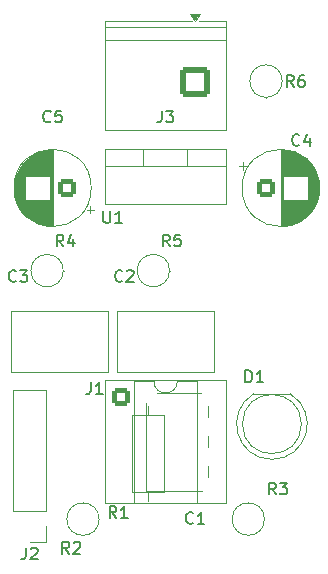
<source format=gto>
%TF.GenerationSoftware,KiCad,Pcbnew,9.0.6*%
%TF.CreationDate,2025-11-06T07:23:16-05:00*%
%TF.ProjectId,pic-rylr998-01,7069632d-7279-46c7-9239-39382d30312e,rev?*%
%TF.SameCoordinates,Original*%
%TF.FileFunction,Legend,Top*%
%TF.FilePolarity,Positive*%
%FSLAX46Y46*%
G04 Gerber Fmt 4.6, Leading zero omitted, Abs format (unit mm)*
G04 Created by KiCad (PCBNEW 9.0.6) date 2025-11-06 07:23:16*
%MOMM*%
%LPD*%
G01*
G04 APERTURE LIST*
G04 Aperture macros list*
%AMRoundRect*
0 Rectangle with rounded corners*
0 $1 Rounding radius*
0 $2 $3 $4 $5 $6 $7 $8 $9 X,Y pos of 4 corners*
0 Add a 4 corners polygon primitive as box body*
4,1,4,$2,$3,$4,$5,$6,$7,$8,$9,$2,$3,0*
0 Add four circle primitives for the rounded corners*
1,1,$1+$1,$2,$3*
1,1,$1+$1,$4,$5*
1,1,$1+$1,$6,$7*
1,1,$1+$1,$8,$9*
0 Add four rect primitives between the rounded corners*
20,1,$1+$1,$2,$3,$4,$5,0*
20,1,$1+$1,$4,$5,$6,$7,0*
20,1,$1+$1,$6,$7,$8,$9,0*
20,1,$1+$1,$8,$9,$2,$3,0*%
G04 Aperture macros list end*
%ADD10C,0.150000*%
%ADD11C,0.120000*%
%ADD12R,1.800000X1.800000*%
%ADD13C,1.800000*%
%ADD14C,1.600000*%
%ADD15R,1.905000X2.000000*%
%ADD16O,1.905000X2.000000*%
%ADD17RoundRect,0.250000X-0.550000X-0.550000X0.550000X-0.550000X0.550000X0.550000X-0.550000X0.550000X0*%
%ADD18RoundRect,0.250000X1.050000X1.050000X-1.050000X1.050000X-1.050000X-1.050000X1.050000X-1.050000X0*%
%ADD19C,2.600000*%
%ADD20C,2.000000*%
%ADD21R,1.700000X1.700000*%
%ADD22C,1.700000*%
%ADD23RoundRect,0.250000X0.550000X0.550000X-0.550000X0.550000X-0.550000X-0.550000X0.550000X-0.550000X0*%
G04 APERTURE END LIST*
D10*
X180761905Y-102954819D02*
X180761905Y-101954819D01*
X180761905Y-101954819D02*
X181000000Y-101954819D01*
X181000000Y-101954819D02*
X181142857Y-102002438D01*
X181142857Y-102002438D02*
X181238095Y-102097676D01*
X181238095Y-102097676D02*
X181285714Y-102192914D01*
X181285714Y-102192914D02*
X181333333Y-102383390D01*
X181333333Y-102383390D02*
X181333333Y-102526247D01*
X181333333Y-102526247D02*
X181285714Y-102716723D01*
X181285714Y-102716723D02*
X181238095Y-102811961D01*
X181238095Y-102811961D02*
X181142857Y-102907200D01*
X181142857Y-102907200D02*
X181000000Y-102954819D01*
X181000000Y-102954819D02*
X180761905Y-102954819D01*
X182285714Y-102954819D02*
X181714286Y-102954819D01*
X182000000Y-102954819D02*
X182000000Y-101954819D01*
X182000000Y-101954819D02*
X181904762Y-102097676D01*
X181904762Y-102097676D02*
X181809524Y-102192914D01*
X181809524Y-102192914D02*
X181714286Y-102240533D01*
X174333333Y-91454819D02*
X174000000Y-90978628D01*
X173761905Y-91454819D02*
X173761905Y-90454819D01*
X173761905Y-90454819D02*
X174142857Y-90454819D01*
X174142857Y-90454819D02*
X174238095Y-90502438D01*
X174238095Y-90502438D02*
X174285714Y-90550057D01*
X174285714Y-90550057D02*
X174333333Y-90645295D01*
X174333333Y-90645295D02*
X174333333Y-90788152D01*
X174333333Y-90788152D02*
X174285714Y-90883390D01*
X174285714Y-90883390D02*
X174238095Y-90931009D01*
X174238095Y-90931009D02*
X174142857Y-90978628D01*
X174142857Y-90978628D02*
X173761905Y-90978628D01*
X175238095Y-90454819D02*
X174761905Y-90454819D01*
X174761905Y-90454819D02*
X174714286Y-90931009D01*
X174714286Y-90931009D02*
X174761905Y-90883390D01*
X174761905Y-90883390D02*
X174857143Y-90835771D01*
X174857143Y-90835771D02*
X175095238Y-90835771D01*
X175095238Y-90835771D02*
X175190476Y-90883390D01*
X175190476Y-90883390D02*
X175238095Y-90931009D01*
X175238095Y-90931009D02*
X175285714Y-91026247D01*
X175285714Y-91026247D02*
X175285714Y-91264342D01*
X175285714Y-91264342D02*
X175238095Y-91359580D01*
X175238095Y-91359580D02*
X175190476Y-91407200D01*
X175190476Y-91407200D02*
X175095238Y-91454819D01*
X175095238Y-91454819D02*
X174857143Y-91454819D01*
X174857143Y-91454819D02*
X174761905Y-91407200D01*
X174761905Y-91407200D02*
X174714286Y-91359580D01*
X168738095Y-88454819D02*
X168738095Y-89264342D01*
X168738095Y-89264342D02*
X168785714Y-89359580D01*
X168785714Y-89359580D02*
X168833333Y-89407200D01*
X168833333Y-89407200D02*
X168928571Y-89454819D01*
X168928571Y-89454819D02*
X169119047Y-89454819D01*
X169119047Y-89454819D02*
X169214285Y-89407200D01*
X169214285Y-89407200D02*
X169261904Y-89359580D01*
X169261904Y-89359580D02*
X169309523Y-89264342D01*
X169309523Y-89264342D02*
X169309523Y-88454819D01*
X170309523Y-89454819D02*
X169738095Y-89454819D01*
X170023809Y-89454819D02*
X170023809Y-88454819D01*
X170023809Y-88454819D02*
X169928571Y-88597676D01*
X169928571Y-88597676D02*
X169833333Y-88692914D01*
X169833333Y-88692914D02*
X169738095Y-88740533D01*
X167666666Y-102954819D02*
X167666666Y-103669104D01*
X167666666Y-103669104D02*
X167619047Y-103811961D01*
X167619047Y-103811961D02*
X167523809Y-103907200D01*
X167523809Y-103907200D02*
X167380952Y-103954819D01*
X167380952Y-103954819D02*
X167285714Y-103954819D01*
X168666666Y-103954819D02*
X168095238Y-103954819D01*
X168380952Y-103954819D02*
X168380952Y-102954819D01*
X168380952Y-102954819D02*
X168285714Y-103097676D01*
X168285714Y-103097676D02*
X168190476Y-103192914D01*
X168190476Y-103192914D02*
X168095238Y-103240533D01*
X165333333Y-91454819D02*
X165000000Y-90978628D01*
X164761905Y-91454819D02*
X164761905Y-90454819D01*
X164761905Y-90454819D02*
X165142857Y-90454819D01*
X165142857Y-90454819D02*
X165238095Y-90502438D01*
X165238095Y-90502438D02*
X165285714Y-90550057D01*
X165285714Y-90550057D02*
X165333333Y-90645295D01*
X165333333Y-90645295D02*
X165333333Y-90788152D01*
X165333333Y-90788152D02*
X165285714Y-90883390D01*
X165285714Y-90883390D02*
X165238095Y-90931009D01*
X165238095Y-90931009D02*
X165142857Y-90978628D01*
X165142857Y-90978628D02*
X164761905Y-90978628D01*
X166190476Y-90788152D02*
X166190476Y-91454819D01*
X165952381Y-90407200D02*
X165714286Y-91121485D01*
X165714286Y-91121485D02*
X166333333Y-91121485D01*
X183333333Y-112454819D02*
X183000000Y-111978628D01*
X182761905Y-112454819D02*
X182761905Y-111454819D01*
X182761905Y-111454819D02*
X183142857Y-111454819D01*
X183142857Y-111454819D02*
X183238095Y-111502438D01*
X183238095Y-111502438D02*
X183285714Y-111550057D01*
X183285714Y-111550057D02*
X183333333Y-111645295D01*
X183333333Y-111645295D02*
X183333333Y-111788152D01*
X183333333Y-111788152D02*
X183285714Y-111883390D01*
X183285714Y-111883390D02*
X183238095Y-111931009D01*
X183238095Y-111931009D02*
X183142857Y-111978628D01*
X183142857Y-111978628D02*
X182761905Y-111978628D01*
X183666667Y-111454819D02*
X184285714Y-111454819D01*
X184285714Y-111454819D02*
X183952381Y-111835771D01*
X183952381Y-111835771D02*
X184095238Y-111835771D01*
X184095238Y-111835771D02*
X184190476Y-111883390D01*
X184190476Y-111883390D02*
X184238095Y-111931009D01*
X184238095Y-111931009D02*
X184285714Y-112026247D01*
X184285714Y-112026247D02*
X184285714Y-112264342D01*
X184285714Y-112264342D02*
X184238095Y-112359580D01*
X184238095Y-112359580D02*
X184190476Y-112407200D01*
X184190476Y-112407200D02*
X184095238Y-112454819D01*
X184095238Y-112454819D02*
X183809524Y-112454819D01*
X183809524Y-112454819D02*
X183714286Y-112407200D01*
X183714286Y-112407200D02*
X183666667Y-112359580D01*
X173666666Y-79954819D02*
X173666666Y-80669104D01*
X173666666Y-80669104D02*
X173619047Y-80811961D01*
X173619047Y-80811961D02*
X173523809Y-80907200D01*
X173523809Y-80907200D02*
X173380952Y-80954819D01*
X173380952Y-80954819D02*
X173285714Y-80954819D01*
X174047619Y-79954819D02*
X174666666Y-79954819D01*
X174666666Y-79954819D02*
X174333333Y-80335771D01*
X174333333Y-80335771D02*
X174476190Y-80335771D01*
X174476190Y-80335771D02*
X174571428Y-80383390D01*
X174571428Y-80383390D02*
X174619047Y-80431009D01*
X174619047Y-80431009D02*
X174666666Y-80526247D01*
X174666666Y-80526247D02*
X174666666Y-80764342D01*
X174666666Y-80764342D02*
X174619047Y-80859580D01*
X174619047Y-80859580D02*
X174571428Y-80907200D01*
X174571428Y-80907200D02*
X174476190Y-80954819D01*
X174476190Y-80954819D02*
X174190476Y-80954819D01*
X174190476Y-80954819D02*
X174095238Y-80907200D01*
X174095238Y-80907200D02*
X174047619Y-80859580D01*
X170333333Y-94359580D02*
X170285714Y-94407200D01*
X170285714Y-94407200D02*
X170142857Y-94454819D01*
X170142857Y-94454819D02*
X170047619Y-94454819D01*
X170047619Y-94454819D02*
X169904762Y-94407200D01*
X169904762Y-94407200D02*
X169809524Y-94311961D01*
X169809524Y-94311961D02*
X169761905Y-94216723D01*
X169761905Y-94216723D02*
X169714286Y-94026247D01*
X169714286Y-94026247D02*
X169714286Y-93883390D01*
X169714286Y-93883390D02*
X169761905Y-93692914D01*
X169761905Y-93692914D02*
X169809524Y-93597676D01*
X169809524Y-93597676D02*
X169904762Y-93502438D01*
X169904762Y-93502438D02*
X170047619Y-93454819D01*
X170047619Y-93454819D02*
X170142857Y-93454819D01*
X170142857Y-93454819D02*
X170285714Y-93502438D01*
X170285714Y-93502438D02*
X170333333Y-93550057D01*
X170714286Y-93550057D02*
X170761905Y-93502438D01*
X170761905Y-93502438D02*
X170857143Y-93454819D01*
X170857143Y-93454819D02*
X171095238Y-93454819D01*
X171095238Y-93454819D02*
X171190476Y-93502438D01*
X171190476Y-93502438D02*
X171238095Y-93550057D01*
X171238095Y-93550057D02*
X171285714Y-93645295D01*
X171285714Y-93645295D02*
X171285714Y-93740533D01*
X171285714Y-93740533D02*
X171238095Y-93883390D01*
X171238095Y-93883390D02*
X170666667Y-94454819D01*
X170666667Y-94454819D02*
X171285714Y-94454819D01*
X162166666Y-116954819D02*
X162166666Y-117669104D01*
X162166666Y-117669104D02*
X162119047Y-117811961D01*
X162119047Y-117811961D02*
X162023809Y-117907200D01*
X162023809Y-117907200D02*
X161880952Y-117954819D01*
X161880952Y-117954819D02*
X161785714Y-117954819D01*
X162595238Y-117050057D02*
X162642857Y-117002438D01*
X162642857Y-117002438D02*
X162738095Y-116954819D01*
X162738095Y-116954819D02*
X162976190Y-116954819D01*
X162976190Y-116954819D02*
X163071428Y-117002438D01*
X163071428Y-117002438D02*
X163119047Y-117050057D01*
X163119047Y-117050057D02*
X163166666Y-117145295D01*
X163166666Y-117145295D02*
X163166666Y-117240533D01*
X163166666Y-117240533D02*
X163119047Y-117383390D01*
X163119047Y-117383390D02*
X162547619Y-117954819D01*
X162547619Y-117954819D02*
X163166666Y-117954819D01*
X165833333Y-117454819D02*
X165500000Y-116978628D01*
X165261905Y-117454819D02*
X165261905Y-116454819D01*
X165261905Y-116454819D02*
X165642857Y-116454819D01*
X165642857Y-116454819D02*
X165738095Y-116502438D01*
X165738095Y-116502438D02*
X165785714Y-116550057D01*
X165785714Y-116550057D02*
X165833333Y-116645295D01*
X165833333Y-116645295D02*
X165833333Y-116788152D01*
X165833333Y-116788152D02*
X165785714Y-116883390D01*
X165785714Y-116883390D02*
X165738095Y-116931009D01*
X165738095Y-116931009D02*
X165642857Y-116978628D01*
X165642857Y-116978628D02*
X165261905Y-116978628D01*
X166214286Y-116550057D02*
X166261905Y-116502438D01*
X166261905Y-116502438D02*
X166357143Y-116454819D01*
X166357143Y-116454819D02*
X166595238Y-116454819D01*
X166595238Y-116454819D02*
X166690476Y-116502438D01*
X166690476Y-116502438D02*
X166738095Y-116550057D01*
X166738095Y-116550057D02*
X166785714Y-116645295D01*
X166785714Y-116645295D02*
X166785714Y-116740533D01*
X166785714Y-116740533D02*
X166738095Y-116883390D01*
X166738095Y-116883390D02*
X166166667Y-117454819D01*
X166166667Y-117454819D02*
X166785714Y-117454819D01*
X169833333Y-114454819D02*
X169500000Y-113978628D01*
X169261905Y-114454819D02*
X169261905Y-113454819D01*
X169261905Y-113454819D02*
X169642857Y-113454819D01*
X169642857Y-113454819D02*
X169738095Y-113502438D01*
X169738095Y-113502438D02*
X169785714Y-113550057D01*
X169785714Y-113550057D02*
X169833333Y-113645295D01*
X169833333Y-113645295D02*
X169833333Y-113788152D01*
X169833333Y-113788152D02*
X169785714Y-113883390D01*
X169785714Y-113883390D02*
X169738095Y-113931009D01*
X169738095Y-113931009D02*
X169642857Y-113978628D01*
X169642857Y-113978628D02*
X169261905Y-113978628D01*
X170785714Y-114454819D02*
X170214286Y-114454819D01*
X170500000Y-114454819D02*
X170500000Y-113454819D01*
X170500000Y-113454819D02*
X170404762Y-113597676D01*
X170404762Y-113597676D02*
X170309524Y-113692914D01*
X170309524Y-113692914D02*
X170214286Y-113740533D01*
X164265713Y-80859580D02*
X164218094Y-80907200D01*
X164218094Y-80907200D02*
X164075237Y-80954819D01*
X164075237Y-80954819D02*
X163979999Y-80954819D01*
X163979999Y-80954819D02*
X163837142Y-80907200D01*
X163837142Y-80907200D02*
X163741904Y-80811961D01*
X163741904Y-80811961D02*
X163694285Y-80716723D01*
X163694285Y-80716723D02*
X163646666Y-80526247D01*
X163646666Y-80526247D02*
X163646666Y-80383390D01*
X163646666Y-80383390D02*
X163694285Y-80192914D01*
X163694285Y-80192914D02*
X163741904Y-80097676D01*
X163741904Y-80097676D02*
X163837142Y-80002438D01*
X163837142Y-80002438D02*
X163979999Y-79954819D01*
X163979999Y-79954819D02*
X164075237Y-79954819D01*
X164075237Y-79954819D02*
X164218094Y-80002438D01*
X164218094Y-80002438D02*
X164265713Y-80050057D01*
X165170475Y-79954819D02*
X164694285Y-79954819D01*
X164694285Y-79954819D02*
X164646666Y-80431009D01*
X164646666Y-80431009D02*
X164694285Y-80383390D01*
X164694285Y-80383390D02*
X164789523Y-80335771D01*
X164789523Y-80335771D02*
X165027618Y-80335771D01*
X165027618Y-80335771D02*
X165122856Y-80383390D01*
X165122856Y-80383390D02*
X165170475Y-80431009D01*
X165170475Y-80431009D02*
X165218094Y-80526247D01*
X165218094Y-80526247D02*
X165218094Y-80764342D01*
X165218094Y-80764342D02*
X165170475Y-80859580D01*
X165170475Y-80859580D02*
X165122856Y-80907200D01*
X165122856Y-80907200D02*
X165027618Y-80954819D01*
X165027618Y-80954819D02*
X164789523Y-80954819D01*
X164789523Y-80954819D02*
X164694285Y-80907200D01*
X164694285Y-80907200D02*
X164646666Y-80859580D01*
X184833333Y-77954819D02*
X184500000Y-77478628D01*
X184261905Y-77954819D02*
X184261905Y-76954819D01*
X184261905Y-76954819D02*
X184642857Y-76954819D01*
X184642857Y-76954819D02*
X184738095Y-77002438D01*
X184738095Y-77002438D02*
X184785714Y-77050057D01*
X184785714Y-77050057D02*
X184833333Y-77145295D01*
X184833333Y-77145295D02*
X184833333Y-77288152D01*
X184833333Y-77288152D02*
X184785714Y-77383390D01*
X184785714Y-77383390D02*
X184738095Y-77431009D01*
X184738095Y-77431009D02*
X184642857Y-77478628D01*
X184642857Y-77478628D02*
X184261905Y-77478628D01*
X185690476Y-76954819D02*
X185500000Y-76954819D01*
X185500000Y-76954819D02*
X185404762Y-77002438D01*
X185404762Y-77002438D02*
X185357143Y-77050057D01*
X185357143Y-77050057D02*
X185261905Y-77192914D01*
X185261905Y-77192914D02*
X185214286Y-77383390D01*
X185214286Y-77383390D02*
X185214286Y-77764342D01*
X185214286Y-77764342D02*
X185261905Y-77859580D01*
X185261905Y-77859580D02*
X185309524Y-77907200D01*
X185309524Y-77907200D02*
X185404762Y-77954819D01*
X185404762Y-77954819D02*
X185595238Y-77954819D01*
X185595238Y-77954819D02*
X185690476Y-77907200D01*
X185690476Y-77907200D02*
X185738095Y-77859580D01*
X185738095Y-77859580D02*
X185785714Y-77764342D01*
X185785714Y-77764342D02*
X185785714Y-77526247D01*
X185785714Y-77526247D02*
X185738095Y-77431009D01*
X185738095Y-77431009D02*
X185690476Y-77383390D01*
X185690476Y-77383390D02*
X185595238Y-77335771D01*
X185595238Y-77335771D02*
X185404762Y-77335771D01*
X185404762Y-77335771D02*
X185309524Y-77383390D01*
X185309524Y-77383390D02*
X185261905Y-77431009D01*
X185261905Y-77431009D02*
X185214286Y-77526247D01*
X185333333Y-82859580D02*
X185285714Y-82907200D01*
X185285714Y-82907200D02*
X185142857Y-82954819D01*
X185142857Y-82954819D02*
X185047619Y-82954819D01*
X185047619Y-82954819D02*
X184904762Y-82907200D01*
X184904762Y-82907200D02*
X184809524Y-82811961D01*
X184809524Y-82811961D02*
X184761905Y-82716723D01*
X184761905Y-82716723D02*
X184714286Y-82526247D01*
X184714286Y-82526247D02*
X184714286Y-82383390D01*
X184714286Y-82383390D02*
X184761905Y-82192914D01*
X184761905Y-82192914D02*
X184809524Y-82097676D01*
X184809524Y-82097676D02*
X184904762Y-82002438D01*
X184904762Y-82002438D02*
X185047619Y-81954819D01*
X185047619Y-81954819D02*
X185142857Y-81954819D01*
X185142857Y-81954819D02*
X185285714Y-82002438D01*
X185285714Y-82002438D02*
X185333333Y-82050057D01*
X186190476Y-82288152D02*
X186190476Y-82954819D01*
X185952381Y-81907200D02*
X185714286Y-82621485D01*
X185714286Y-82621485D02*
X186333333Y-82621485D01*
X161333333Y-94359580D02*
X161285714Y-94407200D01*
X161285714Y-94407200D02*
X161142857Y-94454819D01*
X161142857Y-94454819D02*
X161047619Y-94454819D01*
X161047619Y-94454819D02*
X160904762Y-94407200D01*
X160904762Y-94407200D02*
X160809524Y-94311961D01*
X160809524Y-94311961D02*
X160761905Y-94216723D01*
X160761905Y-94216723D02*
X160714286Y-94026247D01*
X160714286Y-94026247D02*
X160714286Y-93883390D01*
X160714286Y-93883390D02*
X160761905Y-93692914D01*
X160761905Y-93692914D02*
X160809524Y-93597676D01*
X160809524Y-93597676D02*
X160904762Y-93502438D01*
X160904762Y-93502438D02*
X161047619Y-93454819D01*
X161047619Y-93454819D02*
X161142857Y-93454819D01*
X161142857Y-93454819D02*
X161285714Y-93502438D01*
X161285714Y-93502438D02*
X161333333Y-93550057D01*
X161666667Y-93454819D02*
X162285714Y-93454819D01*
X162285714Y-93454819D02*
X161952381Y-93835771D01*
X161952381Y-93835771D02*
X162095238Y-93835771D01*
X162095238Y-93835771D02*
X162190476Y-93883390D01*
X162190476Y-93883390D02*
X162238095Y-93931009D01*
X162238095Y-93931009D02*
X162285714Y-94026247D01*
X162285714Y-94026247D02*
X162285714Y-94264342D01*
X162285714Y-94264342D02*
X162238095Y-94359580D01*
X162238095Y-94359580D02*
X162190476Y-94407200D01*
X162190476Y-94407200D02*
X162095238Y-94454819D01*
X162095238Y-94454819D02*
X161809524Y-94454819D01*
X161809524Y-94454819D02*
X161714286Y-94407200D01*
X161714286Y-94407200D02*
X161666667Y-94359580D01*
X176333333Y-114859580D02*
X176285714Y-114907200D01*
X176285714Y-114907200D02*
X176142857Y-114954819D01*
X176142857Y-114954819D02*
X176047619Y-114954819D01*
X176047619Y-114954819D02*
X175904762Y-114907200D01*
X175904762Y-114907200D02*
X175809524Y-114811961D01*
X175809524Y-114811961D02*
X175761905Y-114716723D01*
X175761905Y-114716723D02*
X175714286Y-114526247D01*
X175714286Y-114526247D02*
X175714286Y-114383390D01*
X175714286Y-114383390D02*
X175761905Y-114192914D01*
X175761905Y-114192914D02*
X175809524Y-114097676D01*
X175809524Y-114097676D02*
X175904762Y-114002438D01*
X175904762Y-114002438D02*
X176047619Y-113954819D01*
X176047619Y-113954819D02*
X176142857Y-113954819D01*
X176142857Y-113954819D02*
X176285714Y-114002438D01*
X176285714Y-114002438D02*
X176333333Y-114050057D01*
X177285714Y-114954819D02*
X176714286Y-114954819D01*
X177000000Y-114954819D02*
X177000000Y-113954819D01*
X177000000Y-113954819D02*
X176904762Y-114097676D01*
X176904762Y-114097676D02*
X176809524Y-114192914D01*
X176809524Y-114192914D02*
X176714286Y-114240533D01*
D11*
%TO.C,D1*%
X184545000Y-103935000D02*
X181455000Y-103935000D01*
X183000000Y-109485000D02*
G75*
G02*
X181455170Y-103935000I0J2990000D01*
G01*
X184544830Y-103935000D02*
G75*
G02*
X183000000Y-109485000I-1544830J-2560000D01*
G01*
X185500000Y-106495000D02*
G75*
G02*
X180500000Y-106495000I-2500000J0D01*
G01*
X180500000Y-106495000D02*
G75*
G02*
X185500000Y-106495000I2500000J0D01*
G01*
%TO.C,R5*%
X174330000Y-93500000D02*
X174400000Y-93500000D01*
X174330000Y-93500000D02*
G75*
G02*
X171590000Y-93500000I-1370000J0D01*
G01*
X171590000Y-93500000D02*
G75*
G02*
X174330000Y-93500000I1370000J0D01*
G01*
%TO.C,U1*%
X168850000Y-83240000D02*
X179070000Y-83240000D01*
X168850000Y-84620000D02*
X179070000Y-84620000D01*
X168850000Y-87860000D02*
X168850000Y-83240000D01*
X172110000Y-83240000D02*
X172110000Y-84620000D01*
X175810000Y-83240000D02*
X175810000Y-84620000D01*
X179070000Y-83240000D02*
X179070000Y-87860000D01*
X179070000Y-87860000D02*
X168850000Y-87860000D01*
%TO.C,J1*%
X171350000Y-102860000D02*
X171350000Y-113140000D01*
X171350000Y-113140000D02*
X176650000Y-113140000D01*
X173000000Y-102860000D02*
X171350000Y-102860000D01*
X176650000Y-102860000D02*
X175000000Y-102860000D01*
X176650000Y-113140000D02*
X176650000Y-102860000D01*
X168860000Y-102800000D02*
X179140000Y-102800000D01*
X179140000Y-113200000D01*
X168860000Y-113200000D01*
X168860000Y-102800000D01*
X175000000Y-102860000D02*
G75*
G02*
X173000000Y-102860000I-1000000J0D01*
G01*
%TO.C,R4*%
X165330000Y-93500000D02*
X165400000Y-93500000D01*
X165330000Y-93500000D02*
G75*
G02*
X162590000Y-93500000I-1370000J0D01*
G01*
X162590000Y-93500000D02*
G75*
G02*
X165330000Y-93500000I1370000J0D01*
G01*
%TO.C,R3*%
X181000000Y-113170000D02*
X181000000Y-113100000D01*
X182370000Y-114540000D02*
G75*
G02*
X179630000Y-114540000I-1370000J0D01*
G01*
X179630000Y-114540000D02*
G75*
G02*
X182370000Y-114540000I1370000J0D01*
G01*
%TO.C,J3*%
X168880000Y-72380000D02*
X176200000Y-72380000D01*
X168880000Y-81620000D02*
X168880000Y-72380000D01*
X176800000Y-72380000D02*
X179120000Y-72380000D01*
X179120000Y-72380000D02*
X179120000Y-81620000D01*
X179120000Y-72900000D02*
X168880000Y-72900000D01*
X179120000Y-74000000D02*
X168880000Y-74000000D01*
X179120000Y-81620000D02*
X168880000Y-81620000D01*
X176500000Y-72380000D02*
X176060000Y-71770000D01*
X176940000Y-71770000D01*
X176500000Y-72380000D01*
G36*
X176500000Y-72380000D02*
G01*
X176060000Y-71770000D01*
X176940000Y-71770000D01*
X176500000Y-72380000D01*
G37*
%TO.C,C2*%
X169880000Y-96880000D02*
X178120000Y-96880000D01*
X169880000Y-102120000D02*
X169880000Y-96880000D01*
X178120000Y-96880000D02*
X178120000Y-102120000D01*
X178120000Y-102120000D02*
X169880000Y-102120000D01*
%TO.C,J2*%
X161120000Y-113850000D02*
X161120000Y-103580000D01*
X163880000Y-103580000D02*
X161120000Y-103580000D01*
X163880000Y-113850000D02*
X161120000Y-113850000D01*
X163880000Y-113850000D02*
X163880000Y-103580000D01*
X163880000Y-115120000D02*
X163880000Y-116500000D01*
X163880000Y-116500000D02*
X162500000Y-116500000D01*
%TO.C,R2*%
X167000000Y-113175000D02*
X167000000Y-113105000D01*
X168370000Y-114545000D02*
G75*
G02*
X165630000Y-114545000I-1370000J0D01*
G01*
X165630000Y-114545000D02*
G75*
G02*
X168370000Y-114545000I1370000J0D01*
G01*
%TO.C,R1*%
X172500000Y-104960000D02*
X172500000Y-105730000D01*
X172500000Y-113040000D02*
X172500000Y-112270000D01*
X173870000Y-105730000D02*
X171130000Y-105730000D01*
X171130000Y-112270000D01*
X173870000Y-112270000D01*
X173870000Y-105730000D01*
%TO.C,C5*%
X161192380Y-86902000D02*
X161192380Y-86098000D01*
X161232380Y-87133000D02*
X161232380Y-85867000D01*
X161272380Y-87301000D02*
X161272380Y-85699000D01*
X161312380Y-87439000D02*
X161312380Y-85561000D01*
X161352380Y-87558000D02*
X161352380Y-85442000D01*
X161392380Y-87665000D02*
X161392380Y-85335000D01*
X161432380Y-87761000D02*
X161432380Y-85239000D01*
X161472380Y-87850000D02*
X161472380Y-85150000D01*
X161512380Y-87932000D02*
X161512380Y-85068000D01*
X161552380Y-88009000D02*
X161552380Y-84991000D01*
X161592380Y-88081000D02*
X161592380Y-84919000D01*
X161632380Y-88149000D02*
X161632380Y-84851000D01*
X161672380Y-88214000D02*
X161672380Y-84786000D01*
X161712380Y-88275000D02*
X161712380Y-84725000D01*
X161752380Y-88334000D02*
X161752380Y-84666000D01*
X161792380Y-88390000D02*
X161792380Y-84610000D01*
X161832380Y-88443000D02*
X161832380Y-84557000D01*
X161872380Y-88495000D02*
X161872380Y-84505000D01*
X161912380Y-88544000D02*
X161912380Y-84456000D01*
X161952380Y-88591000D02*
X161952380Y-84409000D01*
X161992380Y-88637000D02*
X161992380Y-84363000D01*
X162032380Y-88681000D02*
X162032380Y-84319000D01*
X162072380Y-88723000D02*
X162072380Y-84277000D01*
X162112380Y-88764000D02*
X162112380Y-84236000D01*
X162152380Y-85460000D02*
X162152380Y-84196000D01*
X162152380Y-88804000D02*
X162152380Y-87540000D01*
X162192380Y-85460000D02*
X162192380Y-84158000D01*
X162192380Y-88842000D02*
X162192380Y-87540000D01*
X162232380Y-85460000D02*
X162232380Y-84121000D01*
X162232380Y-88879000D02*
X162232380Y-87540000D01*
X162272380Y-85460000D02*
X162272380Y-84085000D01*
X162272380Y-88915000D02*
X162272380Y-87540000D01*
X162312380Y-85460000D02*
X162312380Y-84050000D01*
X162312380Y-88950000D02*
X162312380Y-87540000D01*
X162352380Y-85460000D02*
X162352380Y-84017000D01*
X162352380Y-88983000D02*
X162352380Y-87540000D01*
X162392380Y-85460000D02*
X162392380Y-83984000D01*
X162392380Y-89016000D02*
X162392380Y-87540000D01*
X162432380Y-85460000D02*
X162432380Y-83953000D01*
X162432380Y-89047000D02*
X162432380Y-87540000D01*
X162472380Y-85460000D02*
X162472380Y-83923000D01*
X162472380Y-89077000D02*
X162472380Y-87540000D01*
X162512380Y-85460000D02*
X162512380Y-83893000D01*
X162512380Y-89107000D02*
X162512380Y-87540000D01*
X162552380Y-85460000D02*
X162552380Y-83864000D01*
X162552380Y-89136000D02*
X162552380Y-87540000D01*
X162592380Y-85460000D02*
X162592380Y-83837000D01*
X162592380Y-89163000D02*
X162592380Y-87540000D01*
X162632380Y-85460000D02*
X162632380Y-83810000D01*
X162632380Y-89190000D02*
X162632380Y-87540000D01*
X162672380Y-85460000D02*
X162672380Y-83784000D01*
X162672380Y-89216000D02*
X162672380Y-87540000D01*
X162712380Y-85460000D02*
X162712380Y-83759000D01*
X162712380Y-89241000D02*
X162712380Y-87540000D01*
X162752380Y-85460000D02*
X162752380Y-83735000D01*
X162752380Y-89265000D02*
X162752380Y-87540000D01*
X162792380Y-85460000D02*
X162792380Y-83711000D01*
X162792380Y-89289000D02*
X162792380Y-87540000D01*
X162832380Y-85460000D02*
X162832380Y-83688000D01*
X162832380Y-89312000D02*
X162832380Y-87540000D01*
X162872380Y-85460000D02*
X162872380Y-83666000D01*
X162872380Y-89334000D02*
X162872380Y-87540000D01*
X162912380Y-85460000D02*
X162912380Y-83645000D01*
X162912380Y-89355000D02*
X162912380Y-87540000D01*
X162952380Y-85460000D02*
X162952380Y-83624000D01*
X162952380Y-89376000D02*
X162952380Y-87540000D01*
X162992380Y-85460000D02*
X162992380Y-83604000D01*
X162992380Y-89396000D02*
X162992380Y-87540000D01*
X163032380Y-85460000D02*
X163032380Y-83585000D01*
X163032380Y-89415000D02*
X163032380Y-87540000D01*
X163072380Y-85460000D02*
X163072380Y-83566000D01*
X163072380Y-89434000D02*
X163072380Y-87540000D01*
X163112380Y-85460000D02*
X163112380Y-83548000D01*
X163112380Y-89452000D02*
X163112380Y-87540000D01*
X163152380Y-85460000D02*
X163152380Y-83531000D01*
X163152380Y-89469000D02*
X163152380Y-87540000D01*
X163192380Y-85460000D02*
X163192380Y-83514000D01*
X163192380Y-89486000D02*
X163192380Y-87540000D01*
X163232380Y-85460000D02*
X163232380Y-83498000D01*
X163232380Y-89502000D02*
X163232380Y-87540000D01*
X163272380Y-85460000D02*
X163272380Y-83483000D01*
X163272380Y-89517000D02*
X163272380Y-87540000D01*
X163312380Y-85460000D02*
X163312380Y-83468000D01*
X163312380Y-89532000D02*
X163312380Y-87540000D01*
X163352380Y-85460000D02*
X163352380Y-83453000D01*
X163352380Y-89547000D02*
X163352380Y-87540000D01*
X163392380Y-85460000D02*
X163392380Y-83440000D01*
X163392380Y-89560000D02*
X163392380Y-87540000D01*
X163432380Y-85460000D02*
X163432380Y-83427000D01*
X163432380Y-89573000D02*
X163432380Y-87540000D01*
X163472380Y-85460000D02*
X163472380Y-83414000D01*
X163472380Y-89586000D02*
X163472380Y-87540000D01*
X163512380Y-85460000D02*
X163512380Y-83402000D01*
X163512380Y-89598000D02*
X163512380Y-87540000D01*
X163552380Y-85460000D02*
X163552380Y-83391000D01*
X163552380Y-89609000D02*
X163552380Y-87540000D01*
X163592380Y-85460000D02*
X163592380Y-83380000D01*
X163592380Y-89620000D02*
X163592380Y-87540000D01*
X163632380Y-85460000D02*
X163632380Y-83369000D01*
X163632380Y-89631000D02*
X163632380Y-87540000D01*
X163672380Y-85460000D02*
X163672380Y-83360000D01*
X163672380Y-89640000D02*
X163672380Y-87540000D01*
X163712380Y-85460000D02*
X163712380Y-83350000D01*
X163712380Y-89650000D02*
X163712380Y-87540000D01*
X163752380Y-85460000D02*
X163752380Y-83341000D01*
X163752380Y-89659000D02*
X163752380Y-87540000D01*
X163792380Y-85460000D02*
X163792380Y-83333000D01*
X163792380Y-89667000D02*
X163792380Y-87540000D01*
X163832380Y-85460000D02*
X163832380Y-83326000D01*
X163832380Y-89674000D02*
X163832380Y-87540000D01*
X163872380Y-85460000D02*
X163872380Y-83318000D01*
X163872380Y-89682000D02*
X163872380Y-87540000D01*
X163912380Y-85460000D02*
X163912380Y-83312000D01*
X163912380Y-89688000D02*
X163912380Y-87540000D01*
X163952380Y-85460000D02*
X163952380Y-83305000D01*
X163952380Y-89695000D02*
X163952380Y-87540000D01*
X163992380Y-85460000D02*
X163992380Y-83300000D01*
X163992380Y-89700000D02*
X163992380Y-87540000D01*
X164032380Y-85460000D02*
X164032380Y-83295000D01*
X164032380Y-89705000D02*
X164032380Y-87540000D01*
X164072380Y-85460000D02*
X164072380Y-83290000D01*
X164072380Y-89710000D02*
X164072380Y-87540000D01*
X164112380Y-85460000D02*
X164112380Y-83286000D01*
X164112380Y-89714000D02*
X164112380Y-87540000D01*
X164152380Y-85460000D02*
X164152380Y-83282000D01*
X164152380Y-89718000D02*
X164152380Y-87540000D01*
X164192380Y-85460000D02*
X164192380Y-83279000D01*
X164192380Y-89721000D02*
X164192380Y-87540000D01*
X164232380Y-89724000D02*
X164232380Y-83276000D01*
X164272380Y-89726000D02*
X164272380Y-83274000D01*
X164312380Y-89728000D02*
X164312380Y-83272000D01*
X164352380Y-89729000D02*
X164352380Y-83271000D01*
X164392380Y-89730000D02*
X164392380Y-83270000D01*
X164432380Y-89730000D02*
X164432380Y-83270000D01*
X167617621Y-88654000D02*
X167617621Y-88024000D01*
X167932621Y-88339000D02*
X167302621Y-88339000D01*
X167702380Y-86500000D02*
G75*
G02*
X161162380Y-86500000I-3270000J0D01*
G01*
X161162380Y-86500000D02*
G75*
G02*
X167702380Y-86500000I3270000J0D01*
G01*
%TO.C,R6*%
X182500000Y-78825000D02*
X182500000Y-78895000D01*
X183870000Y-77455000D02*
G75*
G02*
X181130000Y-77455000I-1370000J0D01*
G01*
X181130000Y-77455000D02*
G75*
G02*
X183870000Y-77455000I1370000J0D01*
G01*
%TO.C,C4*%
X180249759Y-84661000D02*
X180879759Y-84661000D01*
X180564759Y-84346000D02*
X180564759Y-84976000D01*
X183750000Y-83270000D02*
X183750000Y-89730000D01*
X183790000Y-83270000D02*
X183790000Y-89730000D01*
X183830000Y-83271000D02*
X183830000Y-89729000D01*
X183870000Y-83272000D02*
X183870000Y-89728000D01*
X183910000Y-83274000D02*
X183910000Y-89726000D01*
X183950000Y-83276000D02*
X183950000Y-89724000D01*
X183990000Y-83279000D02*
X183990000Y-85460000D01*
X183990000Y-87540000D02*
X183990000Y-89721000D01*
X184030000Y-83282000D02*
X184030000Y-85460000D01*
X184030000Y-87540000D02*
X184030000Y-89718000D01*
X184070000Y-83286000D02*
X184070000Y-85460000D01*
X184070000Y-87540000D02*
X184070000Y-89714000D01*
X184110000Y-83290000D02*
X184110000Y-85460000D01*
X184110000Y-87540000D02*
X184110000Y-89710000D01*
X184150000Y-83295000D02*
X184150000Y-85460000D01*
X184150000Y-87540000D02*
X184150000Y-89705000D01*
X184190000Y-83300000D02*
X184190000Y-85460000D01*
X184190000Y-87540000D02*
X184190000Y-89700000D01*
X184230000Y-83305000D02*
X184230000Y-85460000D01*
X184230000Y-87540000D02*
X184230000Y-89695000D01*
X184270000Y-83312000D02*
X184270000Y-85460000D01*
X184270000Y-87540000D02*
X184270000Y-89688000D01*
X184310000Y-83318000D02*
X184310000Y-85460000D01*
X184310000Y-87540000D02*
X184310000Y-89682000D01*
X184350000Y-83326000D02*
X184350000Y-85460000D01*
X184350000Y-87540000D02*
X184350000Y-89674000D01*
X184390000Y-83333000D02*
X184390000Y-85460000D01*
X184390000Y-87540000D02*
X184390000Y-89667000D01*
X184430000Y-83341000D02*
X184430000Y-85460000D01*
X184430000Y-87540000D02*
X184430000Y-89659000D01*
X184470000Y-83350000D02*
X184470000Y-85460000D01*
X184470000Y-87540000D02*
X184470000Y-89650000D01*
X184510000Y-83360000D02*
X184510000Y-85460000D01*
X184510000Y-87540000D02*
X184510000Y-89640000D01*
X184550000Y-83369000D02*
X184550000Y-85460000D01*
X184550000Y-87540000D02*
X184550000Y-89631000D01*
X184590000Y-83380000D02*
X184590000Y-85460000D01*
X184590000Y-87540000D02*
X184590000Y-89620000D01*
X184630000Y-83391000D02*
X184630000Y-85460000D01*
X184630000Y-87540000D02*
X184630000Y-89609000D01*
X184670000Y-83402000D02*
X184670000Y-85460000D01*
X184670000Y-87540000D02*
X184670000Y-89598000D01*
X184710000Y-83414000D02*
X184710000Y-85460000D01*
X184710000Y-87540000D02*
X184710000Y-89586000D01*
X184750000Y-83427000D02*
X184750000Y-85460000D01*
X184750000Y-87540000D02*
X184750000Y-89573000D01*
X184790000Y-83440000D02*
X184790000Y-85460000D01*
X184790000Y-87540000D02*
X184790000Y-89560000D01*
X184830000Y-83453000D02*
X184830000Y-85460000D01*
X184830000Y-87540000D02*
X184830000Y-89547000D01*
X184870000Y-83468000D02*
X184870000Y-85460000D01*
X184870000Y-87540000D02*
X184870000Y-89532000D01*
X184910000Y-83483000D02*
X184910000Y-85460000D01*
X184910000Y-87540000D02*
X184910000Y-89517000D01*
X184950000Y-83498000D02*
X184950000Y-85460000D01*
X184950000Y-87540000D02*
X184950000Y-89502000D01*
X184990000Y-83514000D02*
X184990000Y-85460000D01*
X184990000Y-87540000D02*
X184990000Y-89486000D01*
X185030000Y-83531000D02*
X185030000Y-85460000D01*
X185030000Y-87540000D02*
X185030000Y-89469000D01*
X185070000Y-83548000D02*
X185070000Y-85460000D01*
X185070000Y-87540000D02*
X185070000Y-89452000D01*
X185110000Y-83566000D02*
X185110000Y-85460000D01*
X185110000Y-87540000D02*
X185110000Y-89434000D01*
X185150000Y-83585000D02*
X185150000Y-85460000D01*
X185150000Y-87540000D02*
X185150000Y-89415000D01*
X185190000Y-83604000D02*
X185190000Y-85460000D01*
X185190000Y-87540000D02*
X185190000Y-89396000D01*
X185230000Y-83624000D02*
X185230000Y-85460000D01*
X185230000Y-87540000D02*
X185230000Y-89376000D01*
X185270000Y-83645000D02*
X185270000Y-85460000D01*
X185270000Y-87540000D02*
X185270000Y-89355000D01*
X185310000Y-83666000D02*
X185310000Y-85460000D01*
X185310000Y-87540000D02*
X185310000Y-89334000D01*
X185350000Y-83688000D02*
X185350000Y-85460000D01*
X185350000Y-87540000D02*
X185350000Y-89312000D01*
X185390000Y-83711000D02*
X185390000Y-85460000D01*
X185390000Y-87540000D02*
X185390000Y-89289000D01*
X185430000Y-83735000D02*
X185430000Y-85460000D01*
X185430000Y-87540000D02*
X185430000Y-89265000D01*
X185470000Y-83759000D02*
X185470000Y-85460000D01*
X185470000Y-87540000D02*
X185470000Y-89241000D01*
X185510000Y-83784000D02*
X185510000Y-85460000D01*
X185510000Y-87540000D02*
X185510000Y-89216000D01*
X185550000Y-83810000D02*
X185550000Y-85460000D01*
X185550000Y-87540000D02*
X185550000Y-89190000D01*
X185590000Y-83837000D02*
X185590000Y-85460000D01*
X185590000Y-87540000D02*
X185590000Y-89163000D01*
X185630000Y-83864000D02*
X185630000Y-85460000D01*
X185630000Y-87540000D02*
X185630000Y-89136000D01*
X185670000Y-83893000D02*
X185670000Y-85460000D01*
X185670000Y-87540000D02*
X185670000Y-89107000D01*
X185710000Y-83923000D02*
X185710000Y-85460000D01*
X185710000Y-87540000D02*
X185710000Y-89077000D01*
X185750000Y-83953000D02*
X185750000Y-85460000D01*
X185750000Y-87540000D02*
X185750000Y-89047000D01*
X185790000Y-83984000D02*
X185790000Y-85460000D01*
X185790000Y-87540000D02*
X185790000Y-89016000D01*
X185830000Y-84017000D02*
X185830000Y-85460000D01*
X185830000Y-87540000D02*
X185830000Y-88983000D01*
X185870000Y-84050000D02*
X185870000Y-85460000D01*
X185870000Y-87540000D02*
X185870000Y-88950000D01*
X185910000Y-84085000D02*
X185910000Y-85460000D01*
X185910000Y-87540000D02*
X185910000Y-88915000D01*
X185950000Y-84121000D02*
X185950000Y-85460000D01*
X185950000Y-87540000D02*
X185950000Y-88879000D01*
X185990000Y-84158000D02*
X185990000Y-85460000D01*
X185990000Y-87540000D02*
X185990000Y-88842000D01*
X186030000Y-84196000D02*
X186030000Y-85460000D01*
X186030000Y-87540000D02*
X186030000Y-88804000D01*
X186070000Y-84236000D02*
X186070000Y-88764000D01*
X186110000Y-84277000D02*
X186110000Y-88723000D01*
X186150000Y-84319000D02*
X186150000Y-88681000D01*
X186190000Y-84363000D02*
X186190000Y-88637000D01*
X186230000Y-84409000D02*
X186230000Y-88591000D01*
X186270000Y-84456000D02*
X186270000Y-88544000D01*
X186310000Y-84505000D02*
X186310000Y-88495000D01*
X186350000Y-84557000D02*
X186350000Y-88443000D01*
X186390000Y-84610000D02*
X186390000Y-88390000D01*
X186430000Y-84666000D02*
X186430000Y-88334000D01*
X186470000Y-84725000D02*
X186470000Y-88275000D01*
X186510000Y-84786000D02*
X186510000Y-88214000D01*
X186550000Y-84851000D02*
X186550000Y-88149000D01*
X186590000Y-84919000D02*
X186590000Y-88081000D01*
X186630000Y-84991000D02*
X186630000Y-88009000D01*
X186670000Y-85068000D02*
X186670000Y-87932000D01*
X186710000Y-85150000D02*
X186710000Y-87850000D01*
X186750000Y-85239000D02*
X186750000Y-87761000D01*
X186790000Y-85335000D02*
X186790000Y-87665000D01*
X186830000Y-85442000D02*
X186830000Y-87558000D01*
X186870000Y-85561000D02*
X186870000Y-87439000D01*
X186910000Y-85699000D02*
X186910000Y-87301000D01*
X186950000Y-85867000D02*
X186950000Y-87133000D01*
X186990000Y-86098000D02*
X186990000Y-86902000D01*
X187020000Y-86500000D02*
G75*
G02*
X180480000Y-86500000I-3270000J0D01*
G01*
X180480000Y-86500000D02*
G75*
G02*
X187020000Y-86500000I3270000J0D01*
G01*
%TO.C,C3*%
X160880000Y-96880000D02*
X169120000Y-96880000D01*
X160880000Y-102120000D02*
X160880000Y-96880000D01*
X169120000Y-96880000D02*
X169120000Y-102120000D01*
X169120000Y-102120000D02*
X160880000Y-102120000D01*
%TO.C,C1*%
X172380000Y-103880000D02*
X177620000Y-103880000D01*
X172380000Y-112120000D02*
X172380000Y-103880000D01*
X177620000Y-103880000D02*
X177620000Y-112120000D01*
X177620000Y-112120000D02*
X172380000Y-112120000D01*
%TD*%
%LPC*%
D12*
%TO.C,D1*%
X183000000Y-105225000D03*
D13*
X183000000Y-107765000D03*
%TD*%
D14*
%TO.C,R5*%
X172960000Y-93500000D03*
X175500000Y-93500000D03*
%TD*%
D15*
%TO.C,U1*%
X171420000Y-86500000D03*
D16*
X173960000Y-86500000D03*
X176500000Y-86500000D03*
%TD*%
D17*
%TO.C,J1*%
X170190000Y-104190000D03*
D14*
X170190000Y-106730000D03*
X170190000Y-109270000D03*
X170190000Y-111810000D03*
X177810000Y-111810000D03*
X177810000Y-109270000D03*
X177810000Y-106730000D03*
X177810000Y-104190000D03*
%TD*%
%TO.C,R4*%
X163960000Y-93500000D03*
X166500000Y-93500000D03*
%TD*%
%TO.C,R3*%
X181000000Y-114540000D03*
X181000000Y-112000000D03*
%TD*%
D18*
%TO.C,J3*%
X176500000Y-77500000D03*
D19*
X171500000Y-77500000D03*
%TD*%
D20*
%TO.C,C2*%
X171500000Y-99500000D03*
X176500000Y-99500000D03*
%TD*%
D21*
%TO.C,J2*%
X162500000Y-115120000D03*
D22*
X162500000Y-112580000D03*
X162500000Y-110040000D03*
X162500000Y-107500000D03*
X162500000Y-104960000D03*
%TD*%
D14*
%TO.C,R2*%
X167000000Y-114545000D03*
X167000000Y-112005000D03*
%TD*%
%TO.C,R1*%
X172500000Y-103920000D03*
X172500000Y-114080000D03*
%TD*%
D23*
%TO.C,C5*%
X165682380Y-86500000D03*
D14*
X163182380Y-86500000D03*
%TD*%
%TO.C,R6*%
X182500000Y-77455000D03*
X182500000Y-79995000D03*
%TD*%
D17*
%TO.C,C4*%
X182500000Y-86500000D03*
D14*
X185000000Y-86500000D03*
%TD*%
D20*
%TO.C,C3*%
X167500000Y-99500000D03*
X162500000Y-99500000D03*
%TD*%
%TO.C,C1*%
X175000000Y-110500000D03*
X175000000Y-105500000D03*
%TD*%
%LPD*%
M02*

</source>
